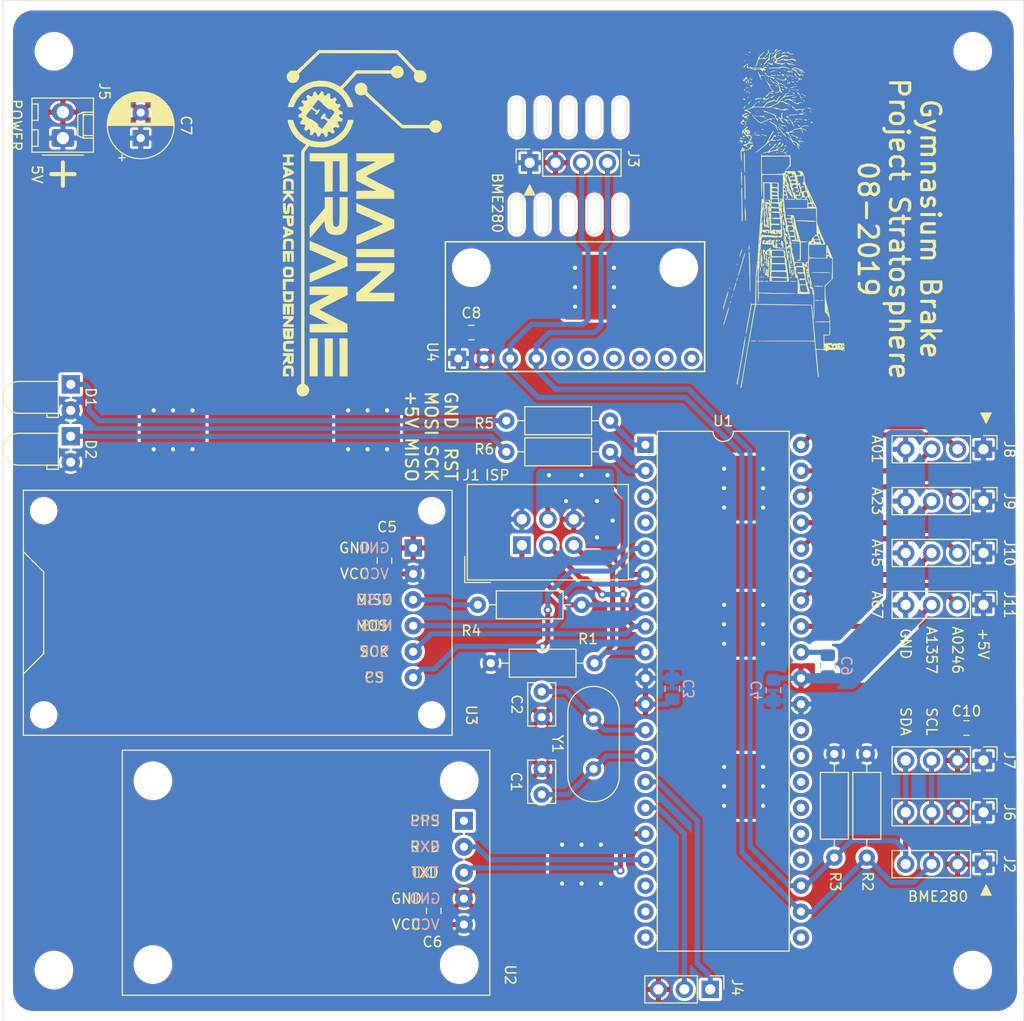
<source format=kicad_pcb>
(kicad_pcb (version 20171130) (host pcbnew 5.1.2)
  (layers (0 F.Cu signal) (31 B.Cu signal) (34 B.Paste user) (35 F.Paste user) (36 B.SilkS user) (37 F.SilkS user) (38 B.Mask user) (39 F.Mask user) (44 Edge.Cuts user))
  (net 0 "")
  (net 1 GND)
  (net 2 "Net-(C1-Pad1)")
  (net 3 "Net-(C2-Pad1)")
  (net 4 +5V)
  (net 5 /~RST)
  (net 6 /MOSI)
  (net 7 /SCK)
  (net 8 /MISO)
  (net 9 /SCL)
  (net 10 /SDA)
  (net 11 /TX1)
  (net 12 /RX1)
  (net 13 /TX0)
  (net 14 /RX0)
  (net 15 /~SS)
  (net 16 "Net-(R4-Pad1)")
  (net 17 "Net-(D1-Pad1)")
  (net 18 "Net-(D2-Pad1)")
  (net 19 /LED0)
  (net 20 /LED1)
  (net 21 "Net-(C9-Pad1)")
  (net 22 /A1)
  (net 23 /A0)
  (net 24 /A3)
  (net 25 /A2)
  (net 26 /A5)
  (net 27 /A4)
  (net 28 /A7)
  (net 29 /A6)
  (module Connector_PinHeader_2.54mm:PinHeader_1x04_P2.54mm_Vertical (layer F.Cu) (at 146.05 109.22 270)
    (fp_text reference J11 (at 0 -2.54 270 unlocked) (layer F.SilkS))
    (fp_text value A67 (at 0 10.414 270 unlocked) (layer F.SilkS))
    (pad 4 thru_hole oval (at 0 7.62 270) (size 1.7 1.7) (drill 1) (layers *.Cu *.Mask) (net 1 GND))
    (pad 3 thru_hole oval (at 0 5.08 270) (size 1.7 1.7) (drill 1) (layers *.Cu *.Mask) (net 28 /A7))
    (pad 2 thru_hole oval (at 0 2.54 270) (size 1.7 1.7) (drill 1) (layers *.Cu *.Mask) (net 29 /A6))
    (pad 1 thru_hole rect (at 0 0 270) (size 1.7 1.7) (drill 1) (layers *.Cu *.Mask) (net 4 +5V))
  )
  (module Connector_PinHeader_2.54mm:PinHeader_1x04_P2.54mm_Vertical (layer F.Cu) (at 146.05 104.14 270)
    (fp_text reference J10 (at 0 -2.54 270 unlocked) (layer F.SilkS))
    (fp_text value A45 (at 0 10.414 270 unlocked) (layer F.SilkS))
    (pad 4 thru_hole oval (at 0 7.62 270) (size 1.7 1.7) (drill 1) (layers *.Cu *.Mask) (net 1 GND))
    (pad 3 thru_hole oval (at 0 5.08 270) (size 1.7 1.7) (drill 1) (layers *.Cu *.Mask) (net 26 /A5))
    (pad 2 thru_hole oval (at 0 2.54 270) (size 1.7 1.7) (drill 1) (layers *.Cu *.Mask) (net 27 /A4))
    (pad 1 thru_hole rect (at 0 0 270) (size 1.7 1.7) (drill 1) (layers *.Cu *.Mask) (net 4 +5V))
  )
  (module Connector_PinHeader_2.54mm:PinHeader_1x04_P2.54mm_Vertical (layer F.Cu) (at 146.05 99.06 270)
    (fp_text reference J9 (at 0 -2.54 270 unlocked) (layer F.SilkS))
    (fp_text value A23 (at 0 10.414 270 unlocked) (layer F.SilkS))
    (pad 4 thru_hole oval (at 0 7.62 270) (size 1.7 1.7) (drill 1) (layers *.Cu *.Mask) (net 1 GND))
    (pad 3 thru_hole oval (at 0 5.08 270) (size 1.7 1.7) (drill 1) (layers *.Cu *.Mask) (net 24 /A3))
    (pad 2 thru_hole oval (at 0 2.54 270) (size 1.7 1.7) (drill 1) (layers *.Cu *.Mask) (net 25 /A2))
    (pad 1 thru_hole rect (at 0 0 270) (size 1.7 1.7) (drill 1) (layers *.Cu *.Mask) (net 4 +5V))
  )
  (module Connector_PinHeader_2.54mm:PinHeader_1x04_P2.54mm_Vertical (layer F.Cu) (at 146.05 93.98 270)
    (fp_text reference J8 (at 0 -2.54 270 unlocked) (layer F.SilkS))
    (fp_text value A01 (at 0 10.414 270 unlocked) (layer F.SilkS))
    (pad 4 thru_hole oval (at 0 7.62 270) (size 1.7 1.7) (drill 1) (layers *.Cu *.Mask) (net 1 GND))
    (pad 3 thru_hole oval (at 0 5.08 270) (size 1.7 1.7) (drill 1) (layers *.Cu *.Mask) (net 22 /A1))
    (pad 2 thru_hole oval (at 0 2.54 270) (size 1.7 1.7) (drill 1) (layers *.Cu *.Mask) (net 23 /A0))
    (pad 1 thru_hole rect (at 0 0 270) (size 1.7 1.7) (drill 1) (layers *.Cu *.Mask) (net 4 +5V))
  )
  (module Connector_PinHeader_2.54mm:PinHeader_1x04_P2.54mm_Vertical (layer F.Cu) (at 146.05 124.46 270)
    (fp_text reference J7 (at 0 -2.54 270 unlocked) (layer F.SilkS))
    (fp_text value I2C)
    (pad 4 thru_hole oval (at 0 7.62 270) (size 1.7 1.7) (drill 1) (layers *.Cu *.Mask) (net 10 /SDA))
    (pad 3 thru_hole oval (at 0 5.08 270) (size 1.7 1.7) (drill 1) (layers *.Cu *.Mask) (net 9 /SCL))
    (pad 2 thru_hole oval (at 0 2.54 270) (size 1.7 1.7) (drill 1) (layers *.Cu *.Mask) (net 1 GND))
    (pad 1 thru_hole rect (at 0 0 270) (size 1.7 1.7) (drill 1) (layers *.Cu *.Mask) (net 4 +5V))
  )
  (module Connector_PinHeader_2.54mm:PinHeader_1x04_P2.54mm_Vertical (layer F.Cu) (at 146.05 129.54 270)
    (fp_text reference J6 (at 0 -2.54 270 unlocked) (layer F.SilkS))
    (fp_text value I2C)
    (pad 4 thru_hole oval (at 0 7.62 270) (size 1.7 1.7) (drill 1) (layers *.Cu *.Mask) (net 10 /SDA))
    (pad 3 thru_hole oval (at 0 5.08 270) (size 1.7 1.7) (drill 1) (layers *.Cu *.Mask) (net 9 /SCL))
    (pad 2 thru_hole oval (at 0 2.54 270) (size 1.7 1.7) (drill 1) (layers *.Cu *.Mask) (net 1 GND))
    (pad 1 thru_hole rect (at 0 0 270) (size 1.7 1.7) (drill 1) (layers *.Cu *.Mask) (net 4 +5V))
  )
  (module Capacitor_SMD:C_0805_2012Metric_Pad1.15x1.40mm_HandSolder (layer F.Cu) (at 144.39 121.285)
    (fp_text reference C10 (at 0 -1.65) (layer F.SilkS))
    (fp_text value 100n)
    (pad 2 smd roundrect (at 1.025 0) (size 1.15 1.4) (layers F.Cu F.Paste F.Mask) (roundrect_rratio 0.217391) (net 4 +5V))
    (pad 1 smd roundrect (at -1.025 0) (size 1.15 1.4) (layers F.Cu F.Paste F.Mask) (roundrect_rratio 0.217391) (net 1 GND))
  )
  (module Capacitor_SMD:C_0805_2012Metric_Pad1.15x1.40mm_HandSolder (layer B.Cu) (at 130.81 115.18 270)
    (fp_text reference C9 (at 0 -1.905 270) (layer B.SilkS) (effects (justify mirror)))
    (fp_text value 100n)
    (pad 2 smd roundrect (at 1.025 0 270) (size 1.15 1.4) (layers B.Cu B.Paste B.Mask) (roundrect_rratio 0.217391) (net 1 GND))
    (pad 1 smd roundrect (at -1.025 0 270) (size 1.15 1.4) (layers B.Cu B.Paste B.Mask) (roundrect_rratio 0.217391) (net 21 "Net-(C9-Pad1)"))
  )
  (module ublox:GY-9250 (layer F.Cu) (at 106.045 80.01 90)
    (fp_text reference U4 (at -4.445 -13.97 270 unlocked) (layer F.SilkS))
    (fp_text value GY-9250)
    (pad "" np_thru_hole circle (at 3.81 10.16 90) (size 3.2 3.2) (drill 3.2) (layers *.Cu *.Mask))
    (pad "" np_thru_hole circle (at 3.81 -10.16 90) (size 3.2 3.2) (drill 3.2) (layers *.Cu *.Mask))
    (pad 10 thru_hole circle (at -5.08 11.43 90) (size 1.524 1.524) (drill 0.8) (layers *.Cu *.Mask))
    (pad 9 thru_hole circle (at -5.08 8.89 90) (size 1.524 1.524) (drill 0.8) (layers *.Cu *.Mask))
    (pad 8 thru_hole circle (at -5.08 6.35 90) (size 1.524 1.524) (drill 0.8) (layers *.Cu *.Mask))
    (pad 7 thru_hole circle (at -5.08 3.81 90) (size 1.524 1.524) (drill 0.8) (layers *.Cu *.Mask))
    (pad 6 thru_hole circle (at -5.08 1.27 90) (size 1.524 1.524) (drill 0.8) (layers *.Cu *.Mask))
    (pad 5 thru_hole circle (at -5.08 -1.27 90) (size 1.524 1.524) (drill 0.8) (layers *.Cu *.Mask))
    (pad 4 thru_hole circle (at -5.08 -3.81 90) (size 1.524 1.524) (drill 0.8) (layers *.Cu *.Mask) (net 10 /SDA))
    (pad 3 thru_hole circle (at -5.08 -6.35 90) (size 1.524 1.524) (drill 0.8) (layers *.Cu *.Mask) (net 9 /SCL))
    (pad 2 thru_hole circle (at -5.08 -8.89 90) (size 1.524 1.524) (drill 0.8) (layers *.Cu *.Mask) (net 1 GND))
    (pad 1 thru_hole rect (at -5.08 -11.43 90) (size 1.524 1.524) (drill 0.8) (layers *.Cu *.Mask) (net 4 +5V))
  )
  (module Capacitor_SMD:C_0805_2012Metric_Pad1.15x1.40mm_HandSolder (layer F.Cu) (at 95.885 82.55 180)
    (fp_text reference C8 (at 0 1.905) (layer F.SilkS))
    (fp_text value 100n)
    (pad 2 smd roundrect (at 1.025 0 180) (size 1.15 1.4) (layers F.Cu F.Paste F.Mask) (roundrect_rratio 0.217391) (net 4 +5V))
    (pad 1 smd roundrect (at -1.025 0 180) (size 1.15 1.4) (layers F.Cu F.Paste F.Mask) (roundrect_rratio 0.217391) (net 1 GND))
  )
  (module ublox:logo (layer F.Cu) (at 127 71.12 270)
    (fp_text reference G*** hide)
    (fp_text value LOGO hide)
  )
  (module ublox:logo2_front (layer F.Cu) (at 85.09 71.755 270)
    (fp_text reference G*** hide)
    (fp_text value LOGO hide)
  )
  (module Connector_Molex:Molex_KK-254_AE-6410-02A_1x02_P2.54mm_Vertical (layer F.Cu) (at 55.88 63.5 90)
    (fp_text reference J5 (at 4.572 4.064 270 unlocked) (layer F.SilkS))
    (fp_text value POWER (at 1.27 -4.572 270 unlocked) (layer F.SilkS))
    (pad 2 thru_hole oval (at 2.54 0 90) (size 1.74 2.2) (drill 1.2) (layers *.Cu *.Mask) (net 1 GND))
    (pad 1 thru_hole roundrect (at 0 0 90) (size 1.74 2.2) (drill 1.2) (layers *.Cu *.Mask) (roundrect_rratio 0.143678) (net 4 +5V))
  )
  (module Capacitor_THT:CP_Radial_D6.3mm_P2.50mm (layer F.Cu) (at 63.5 63.5 90)
    (fp_text reference C7 (at 1.25 4.445 270 unlocked) (layer F.SilkS))
    (fp_text value 47u)
    (pad 2 thru_hole circle (at 2.5 0 90) (size 1.6 1.6) (drill 0.8) (layers *.Cu *.Mask) (net 1 GND))
    (pad 1 thru_hole rect (at 0 0 90) (size 1.6 1.6) (drill 0.8) (layers *.Cu *.Mask) (net 4 +5V))
  )
  (module LED_THT:LED_D3.0mm_Horizontal_O1.27mm_Z2.0mm (layer F.Cu) (at 56.642 92.71 270)
    (fp_text reference D2 (at 1.27 -1.96 270 unlocked) (layer F.SilkS))
    (fp_text value RED)
    (pad 2 thru_hole circle (at 2.54 0 270) (size 1.8 1.8) (drill 0.9) (layers *.Cu *.Mask) (net 4 +5V))
    (pad 1 thru_hole rect (at 0 0 270) (size 1.8 1.8) (drill 0.9) (layers *.Cu *.Mask) (net 18 "Net-(D2-Pad1)"))
  )
  (module LED_THT:LED_D3.0mm_Horizontal_O1.27mm_Z2.0mm (layer F.Cu) (at 56.642 87.63 270)
    (fp_text reference D1 (at 1.27 -1.96 270 unlocked) (layer F.SilkS))
    (fp_text value GREEN)
    (pad 2 thru_hole circle (at 2.54 0 270) (size 1.8 1.8) (drill 0.9) (layers *.Cu *.Mask) (net 4 +5V))
    (pad 1 thru_hole rect (at 0 0 270) (size 1.8 1.8) (drill 0.9) (layers *.Cu *.Mask) (net 17 "Net-(D1-Pad1)"))
  )
  (module Resistor_THT:R_Axial_DIN0207_L6.3mm_D2.5mm_P10.16mm_Horizontal (layer F.Cu) (at 109.474 94.234 180)
    (fp_text reference R6 (at 12.319 0.254) (layer F.SilkS))
    (fp_text value 1k)
    (pad 2 thru_hole oval (at 10.16 0 180) (size 1.6 1.6) (drill 0.8) (layers *.Cu *.Mask) (net 18 "Net-(D2-Pad1)"))
    (pad 1 thru_hole circle (at 0 0 180) (size 1.6 1.6) (drill 0.8) (layers *.Cu *.Mask) (net 20 /LED1))
  )
  (module Resistor_THT:R_Axial_DIN0207_L6.3mm_D2.5mm_P10.16mm_Horizontal (layer F.Cu) (at 109.474 91.186 180)
    (fp_text reference R5 (at 12.319 -0.254) (layer F.SilkS))
    (fp_text value 1k)
    (pad 2 thru_hole oval (at 10.16 0 180) (size 1.6 1.6) (drill 0.8) (layers *.Cu *.Mask) (net 17 "Net-(D1-Pad1)"))
    (pad 1 thru_hole circle (at 0 0 180) (size 1.6 1.6) (drill 0.8) (layers *.Cu *.Mask) (net 19 /LED0))
  )
  (module Capacitor_SMD:C_0805_2012Metric_Pad1.15x1.40mm_HandSolder (layer F.Cu) (at 92.202 139.201 270)
    (fp_text reference C6 (at 3.039 0.127 180) (layer F.SilkS))
    (fp_text value 100n)
    (pad 2 smd roundrect (at 1.025 0 270) (size 1.15 1.4) (layers F.Cu F.Paste F.Mask) (roundrect_rratio 0.217391) (net 4 +5V))
    (pad 1 smd roundrect (at -1.025 0 270) (size 1.15 1.4) (layers F.Cu F.Paste F.Mask) (roundrect_rratio 0.217391) (net 1 GND))
  )
  (module Capacitor_SMD:C_0805_2012Metric_Pad1.15x1.40mm_HandSolder (layer F.Cu) (at 87.376 104.893 270)
    (fp_text reference C5 (at -3.293 -0.254) (layer F.SilkS))
    (fp_text value 100n)
    (pad 2 smd roundrect (at 1.025 0 270) (size 1.15 1.4) (layers F.Cu F.Paste F.Mask) (roundrect_rratio 0.217391) (net 4 +5V))
    (pad 1 smd roundrect (at -1.025 0 270) (size 1.15 1.4) (layers F.Cu F.Paste F.Mask) (roundrect_rratio 0.217391) (net 1 GND))
  )
  (module Capacitor_SMD:C_0805_2012Metric_Pad1.15x1.40mm_HandSolder (layer B.Cu) (at 125.476 117.593 270)
    (fp_text reference C4 (at 0 1.65 270) (layer B.SilkS) (effects (justify mirror)))
    (fp_text value 100n)
    (pad 2 smd roundrect (at 1.025 0 270) (size 1.15 1.4) (layers B.Cu B.Paste B.Mask) (roundrect_rratio 0.217391) (net 4 +5V))
    (pad 1 smd roundrect (at -1.025 0 270) (size 1.15 1.4) (layers B.Cu B.Paste B.Mask) (roundrect_rratio 0.217391) (net 1 GND))
  )
  (module MountingHole:MountingHole_3.2mm_M3_DIN965 (layer F.Cu) (at 55 55)
    (fp_text reference REF** hide)
    (fp_text value MountingHole_3.2mm_M3_DIN965 hide)
    (pad 1 np_thru_hole circle (at 0 0) (size 3.2 3.2) (drill 3.2) (layers *.Cu *.Mask))
  )
  (module MountingHole:MountingHole_3.2mm_M3_DIN965 (layer F.Cu) (at 145 55)
    (fp_text reference REF** hide)
    (fp_text value MountingHole_3.2mm_M3_DIN965 hide)
    (pad 1 np_thru_hole circle (at 0 0) (size 3.2 3.2) (drill 3.2) (layers *.Cu *.Mask))
  )
  (module MountingHole:MountingHole_3.2mm_M3_DIN965 (layer F.Cu) (at 145 145)
    (fp_text reference e hide)
    (fp_text value MountingHole_3.2mm_M3_DIN965 hide)
    (pad 1 np_thru_hole circle (at 0 0) (size 3.2 3.2) (drill 3.2) (layers *.Cu *.Mask))
  )
  (module MountingHole:MountingHole_3.2mm_M3_DIN965 (layer F.Cu) (at 55 145)
    (fp_text reference REF** hide)
    (fp_text value MountingHole_3.2mm_M3_DIN965 hide)
    (pad 1 np_thru_hole circle (at 0 0) (size 3.2 3.2) (drill 3.2) (layers *.Cu *.Mask))
  )
  (module ublox:SD (layer F.Cu) (at 94 110 90)
    (fp_text reference U3 (at -10.015 1.885 270 unlocked) (layer F.SilkS))
    (fp_text value SD)
    (fp_text user CS (at -6.35 -7.62 unlocked) (layer B.SilkS) (effects (justify mirror)))
    (fp_text user SCK (at -3.81 -7.62 unlocked) (layer B.SilkS) (effects (justify mirror)))
    (fp_text user MOSI (at -1.27 -7.62 unlocked) (layer B.SilkS) (effects (justify mirror)))
    (fp_text user MISO (at 1.27 -7.62 unlocked) (layer B.SilkS) (effects (justify mirror)))
    (fp_text user VCC (at 3.81 -7.62 unlocked) (layer B.SilkS) (effects (justify mirror)))
    (fp_text user GND (at 6.35 -7.62 unlocked) (layer B.SilkS) (effects (justify mirror)))
    (fp_text user CS (at -6.35 -7.62) (layer F.SilkS))
    (fp_text user SCK (at -3.81 -7.62) (layer F.SilkS))
    (fp_text user MOSI (at -1.27 -7.62) (layer F.SilkS))
    (fp_text user MISO (at 1.27 -7.62) (layer F.SilkS))
    (fp_text user VCC (at 3.81 -9.545) (layer F.SilkS))
    (fp_text user GND (at 6.35 -9.545) (layer F.SilkS))
    (pad "" np_thru_hole circle (at 10 -40 90) (size 2.1 2.1) (drill 2.1) (layers *.Cu *.Mask))
    (pad "" np_thru_hole circle (at -10 -40 90) (size 2.1 2.1) (drill 2.1) (layers *.Cu *.Mask))
    (pad "" np_thru_hole circle (at -10 -2 90) (size 2.1 2.1) (drill 2.1) (layers *.Cu *.Mask))
    (pad "" np_thru_hole circle (at 10 -2 90) (size 2.1 2.1) (drill 2.1) (layers *.Cu *.Mask))
    (pad 6 thru_hole circle (at -6.35 -3.81 90) (size 1.7 1.7) (drill 0.8) (layers *.Cu *.Mask) (net 15 /~SS))
    (pad 5 thru_hole circle (at -3.81 -3.81 90) (size 1.7 1.7) (drill 0.8) (layers *.Cu *.Mask) (net 7 /SCK))
    (pad 4 thru_hole circle (at -1.27 -3.81 90) (size 1.7 1.7) (drill 0.8) (layers *.Cu *.Mask) (net 6 /MOSI))
    (pad 3 thru_hole circle (at 1.27 -3.81 90) (size 1.7 1.7) (drill 0.8) (layers *.Cu *.Mask) (net 16 "Net-(R4-Pad1)"))
    (pad 2 thru_hole circle (at 3.81 -3.81 90) (size 1.7 1.7) (drill 0.8) (layers *.Cu *.Mask) (net 4 +5V))
    (pad 1 thru_hole rect (at 6.35 -3.81 90) (size 1.7 1.7) (drill 0.8) (layers *.Cu *.Mask) (net 1 GND))
  )
  (module Resistor_THT:R_Axial_DIN0207_L6.3mm_D2.5mm_P10.16mm_Horizontal (layer F.Cu) (at 96.52 109.22)
    (fp_text reference R4 (at -0.635 2.54) (layer F.SilkS))
    (fp_text value 1k)
    (pad 2 thru_hole oval (at 10.16 0) (size 1.6 1.6) (drill 0.8) (layers *.Cu *.Mask) (net 8 /MISO))
    (pad 1 thru_hole circle (at 0 0) (size 1.6 1.6) (drill 0.8) (layers *.Cu *.Mask) (net 16 "Net-(R4-Pad1)"))
  )
  (module ublox:UBLOX (layer F.Cu) (at 97.7 135.46 90)
    (fp_text reference U2 (at -10 1.995 270 unlocked) (layer F.SilkS))
    (fp_text value UBLOX)
    (fp_text user VCC (at -5.08 -6.35 unlocked) (layer B.SilkS) (effects (justify mirror)))
    (fp_text user GND (at -2.54 -6.35 unlocked) (layer B.SilkS) (effects (justify mirror)))
    (fp_text user TXD (at 0 -6.35 unlocked) (layer B.SilkS) (effects (justify mirror)))
    (fp_text user RXD (at 2.54 -6.35 unlocked) (layer B.SilkS) (effects (justify mirror)))
    (fp_text user PPS (at 5.08 -6.35 unlocked) (layer B.SilkS) (effects (justify mirror)))
    (fp_text user VCC (at -5.08 -8.165) (layer F.SilkS))
    (fp_text user GND (at -2.54 -8.165) (layer F.SilkS))
    (fp_text user TXD (at 0 -6.35) (layer F.SilkS))
    (fp_text user RXD (at 2.54 -6.35) (layer F.SilkS))
    (fp_text user PPS (at 5.08 -6.35) (layer F.SilkS))
    (pad 4 thru_hole circle (at -2.54 -2.54 90) (size 1.75 1.75) (drill 0.8) (layers *.Cu *.Mask) (net 1 GND))
    (pad 3 thru_hole circle (at 0 -2.54 90) (size 1.75 1.75) (drill 0.8) (layers *.Cu *.Mask) (net 12 /RX1))
    (pad 2 thru_hole circle (at 2.54 -2.54 90) (size 1.75 1.75) (drill 0.8) (layers *.Cu *.Mask) (net 11 /TX1))
    (pad 1 thru_hole rect (at 5.08 -2.54 90) (size 1.75 1.75) (drill 0.8) (layers *.Cu *.Mask))
    (pad 5 thru_hole circle (at -5.08 -2.54 90) (size 1.75 1.75) (drill 0.8) (layers *.Cu *.Mask) (net 4 +5V))
    (pad "" np_thru_hole circle (at 9 -3 90) (size 3.2 3.2) (drill 3.2) (layers *.Cu *.Mask))
    (pad "" np_thru_hole circle (at -9 -3 90) (size 3.2 3.2) (drill 3.2) (layers *.Cu *.Mask))
    (pad "" np_thru_hole circle (at 9 -33 90) (size 3.2 3.2) (drill 3.2) (layers *.Cu *.Mask))
    (pad "" np_thru_hole circle (at -9 -33 90) (size 3.2 3.2) (drill 3.2) (layers *.Cu *.Mask))
  )
  (module Connector_PinHeader_2.54mm:PinHeader_1x03_P2.54mm_Vertical (layer F.Cu) (at 119.29 146.89 270)
    (fp_text reference J4 (at -0.205 -2.63 270 unlocked) (layer F.SilkS))
    (fp_text value UART)
    (pad 3 thru_hole oval (at 0 5.08 270) (size 1.7 1.7) (drill 1) (layers *.Cu *.Mask) (net 1 GND))
    (pad 2 thru_hole oval (at 0 2.54 270) (size 1.7 1.7) (drill 1) (layers *.Cu *.Mask) (net 13 /TX0))
    (pad 1 thru_hole rect (at 0 0 270) (size 1.7 1.7) (drill 1) (layers *.Cu *.Mask) (net 14 /RX0))
  )
  (module Connector_PinSocket_2.54mm:PinSocket_1x04_P2.54mm_Vertical (layer F.Cu) (at 101.6 65.913 90)
    (fp_text reference J3 (at 0.381 10.16 270 unlocked) (layer F.SilkS))
    (fp_text value BME280 (at -3.937 -3.175 270 unlocked) (layer F.SilkS))
    (pad 4 thru_hole oval (at 0 7.62 90) (size 1.7 1.7) (drill 1) (layers *.Cu *.Mask) (net 10 /SDA))
    (pad 3 thru_hole oval (at 0 5.08 90) (size 1.7 1.7) (drill 1) (layers *.Cu *.Mask) (net 9 /SCL))
    (pad 2 thru_hole oval (at 0 2.54 90) (size 1.7 1.7) (drill 1) (layers *.Cu *.Mask) (net 1 GND))
    (pad 1 thru_hole rect (at 0 0 90) (size 1.7 1.7) (drill 1) (layers *.Cu *.Mask) (net 4 +5V))
  )
  (module Connector_PinHeader_2.54mm:PinHeader_1x04_P2.54mm_Vertical (layer F.Cu) (at 146.05 134.62 270)
    (fp_text reference J2 (at 0 -2.54 270 unlocked) (layer F.SilkS))
    (fp_text value BME280 (at 3.175 4.445 180) (layer F.SilkS))
    (pad 4 thru_hole oval (at 0 7.62 270) (size 1.7 1.7) (drill 1) (layers *.Cu *.Mask) (net 10 /SDA))
    (pad 3 thru_hole oval (at 0 5.08 270) (size 1.7 1.7) (drill 1) (layers *.Cu *.Mask) (net 9 /SCL))
    (pad 2 thru_hole oval (at 0 2.54 270) (size 1.7 1.7) (drill 1) (layers *.Cu *.Mask) (net 1 GND))
    (pad 1 thru_hole rect (at 0 0 270) (size 1.7 1.7) (drill 1) (layers *.Cu *.Mask) (net 4 +5V))
  )
  (module Crystal:Crystal_HC49-U_Vertical (layer F.Cu) (at 107.86 125.3 90)
    (fp_text reference Y1 (at 2.44 -3.525 270 unlocked) (layer F.SilkS))
    (fp_text value 12MHz)
    (pad 2 thru_hole circle (at 4.88 0 90) (size 1.5 1.5) (drill 0.8) (layers *.Cu *.Mask) (net 3 "Net-(C2-Pad1)"))
    (pad 1 thru_hole circle (at 0 0 90) (size 1.5 1.5) (drill 0.8) (layers *.Cu *.Mask) (net 2 "Net-(C1-Pad1)"))
  )
  (module Package_DIP:DIP-40_W15.24mm (layer F.Cu) (at 112.94 93.55)
    (fp_text reference U1 (at 7.62 -2.33) (layer F.SilkS))
    (fp_text value ATmega1284-PU)
    (pad 40 thru_hole oval (at 15.24 0) (size 1.6 1.6) (drill 0.8) (layers *.Cu *.Mask) (net 23 /A0))
    (pad 20 thru_hole oval (at 0 48.26) (size 1.6 1.6) (drill 0.8) (layers *.Cu *.Mask))
    (pad 39 thru_hole oval (at 15.24 2.54) (size 1.6 1.6) (drill 0.8) (layers *.Cu *.Mask) (net 22 /A1))
    (pad 19 thru_hole oval (at 0 45.72) (size 1.6 1.6) (drill 0.8) (layers *.Cu *.Mask))
    (pad 38 thru_hole oval (at 15.24 5.08) (size 1.6 1.6) (drill 0.8) (layers *.Cu *.Mask) (net 25 /A2))
    (pad 18 thru_hole oval (at 0 43.18) (size 1.6 1.6) (drill 0.8) (layers *.Cu *.Mask))
    (pad 37 thru_hole oval (at 15.24 7.62) (size 1.6 1.6) (drill 0.8) (layers *.Cu *.Mask) (net 24 /A3))
    (pad 17 thru_hole oval (at 0 40.64) (size 1.6 1.6) (drill 0.8) (layers *.Cu *.Mask) (net 11 /TX1))
    (pad 36 thru_hole oval (at 15.24 10.16) (size 1.6 1.6) (drill 0.8) (layers *.Cu *.Mask) (net 27 /A4))
    (pad 16 thru_hole oval (at 0 38.1) (size 1.6 1.6) (drill 0.8) (layers *.Cu *.Mask) (net 12 /RX1))
    (pad 35 thru_hole oval (at 15.24 12.7) (size 1.6 1.6) (drill 0.8) (layers *.Cu *.Mask) (net 26 /A5))
    (pad 15 thru_hole oval (at 0 35.56) (size 1.6 1.6) (drill 0.8) (layers *.Cu *.Mask) (net 13 /TX0))
    (pad 34 thru_hole oval (at 15.24 15.24) (size 1.6 1.6) (drill 0.8) (layers *.Cu *.Mask) (net 29 /A6))
    (pad 14 thru_hole oval (at 0 33.02) (size 1.6 1.6) (drill 0.8) (layers *.Cu *.Mask) (net 14 /RX0))
    (pad 33 thru_hole oval (at 15.24 17.78) (size 1.6 1.6) (drill 0.8) (layers *.Cu *.Mask) (net 28 /A7))
    (pad 13 thru_hole oval (at 0 30.48) (size 1.6 1.6) (drill 0.8) (layers *.Cu *.Mask) (net 2 "Net-(C1-Pad1)"))
    (pad 32 thru_hole oval (at 15.24 20.32) (size 1.6 1.6) (drill 0.8) (layers *.Cu *.Mask) (net 21 "Net-(C9-Pad1)"))
    (pad 12 thru_hole oval (at 0 27.94) (size 1.6 1.6) (drill 0.8) (layers *.Cu *.Mask) (net 3 "Net-(C2-Pad1)"))
    (pad 31 thru_hole oval (at 15.24 22.86) (size 1.6 1.6) (drill 0.8) (layers *.Cu *.Mask) (net 1 GND))
    (pad 11 thru_hole oval (at 0 25.4) (size 1.6 1.6) (drill 0.8) (layers *.Cu *.Mask) (net 1 GND))
    (pad 30 thru_hole oval (at 15.24 25.4) (size 1.6 1.6) (drill 0.8) (layers *.Cu *.Mask) (net 4 +5V))
    (pad 10 thru_hole oval (at 0 22.86) (size 1.6 1.6) (drill 0.8) (layers *.Cu *.Mask) (net 4 +5V))
    (pad 29 thru_hole oval (at 15.24 27.94) (size 1.6 1.6) (drill 0.8) (layers *.Cu *.Mask))
    (pad 9 thru_hole oval (at 0 20.32) (size 1.6 1.6) (drill 0.8) (layers *.Cu *.Mask) (net 5 /~RST))
    (pad 28 thru_hole oval (at 15.24 30.48) (size 1.6 1.6) (drill 0.8) (layers *.Cu *.Mask))
    (pad 8 thru_hole oval (at 0 17.78) (size 1.6 1.6) (drill 0.8) (layers *.Cu *.Mask) (net 7 /SCK))
    (pad 27 thru_hole oval (at 15.24 33.02) (size 1.6 1.6) (drill 0.8) (layers *.Cu *.Mask))
    (pad 7 thru_hole oval (at 0 15.24) (size 1.6 1.6) (drill 0.8) (layers *.Cu *.Mask) (net 8 /MISO))
    (pad 26 thru_hole oval (at 15.24 35.56) (size 1.6 1.6) (drill 0.8) (layers *.Cu *.Mask))
    (pad 6 thru_hole oval (at 0 12.7) (size 1.6 1.6) (drill 0.8) (layers *.Cu *.Mask) (net 6 /MOSI))
    (pad 25 thru_hole oval (at 15.24 38.1) (size 1.6 1.6) (drill 0.8) (layers *.Cu *.Mask))
    (pad 5 thru_hole oval (at 0 10.16) (size 1.6 1.6) (drill 0.8) (layers *.Cu *.Mask) (net 15 /~SS))
    (pad 24 thru_hole oval (at 15.24 40.64) (size 1.6 1.6) (drill 0.8) (layers *.Cu *.Mask))
    (pad 4 thru_hole oval (at 0 7.62) (size 1.6 1.6) (drill 0.8) (layers *.Cu *.Mask))
    (pad 23 thru_hole oval (at 15.24 43.18) (size 1.6 1.6) (drill 0.8) (layers *.Cu *.Mask) (net 10 /SDA))
    (pad 3 thru_hole oval (at 0 5.08) (size 1.6 1.6) (drill 0.8) (layers *.Cu *.Mask))
    (pad 22 thru_hole oval (at 15.24 45.72) (size 1.6 1.6) (drill 0.8) (layers *.Cu *.Mask) (net 9 /SCL))
    (pad 2 thru_hole oval (at 0 2.54) (size 1.6 1.6) (drill 0.8) (layers *.Cu *.Mask) (net 20 /LED1))
    (pad 21 thru_hole oval (at 15.24 48.26) (size 1.6 1.6) (drill 0.8) (layers *.Cu *.Mask))
    (pad 1 thru_hole rect (at 0 0) (size 1.6 1.6) (drill 0.8) (layers *.Cu *.Mask) (net 19 /LED0))
  )
  (module Resistor_THT:R_Axial_DIN0207_L6.3mm_D2.5mm_P10.16mm_Horizontal (layer F.Cu) (at 131.445 123.825 270)
    (fp_text reference R3 (at 12.495 -0.09 270 unlocked) (layer F.SilkS))
    (fp_text value 4k7)
    (pad 2 thru_hole oval (at 10.16 0 270) (size 1.6 1.6) (drill 0.8) (layers *.Cu *.Mask) (net 10 /SDA))
    (pad 1 thru_hole circle (at 0 0 270) (size 1.6 1.6) (drill 0.8) (layers *.Cu *.Mask) (net 4 +5V))
  )
  (module Resistor_THT:R_Axial_DIN0207_L6.3mm_D2.5mm_P10.16mm_Horizontal (layer F.Cu) (at 134.62 123.825 270)
    (fp_text reference R2 (at 12.495 -0.09 270 unlocked) (layer F.SilkS))
    (fp_text value 4k7)
    (pad 2 thru_hole oval (at 10.16 0 270) (size 1.6 1.6) (drill 0.8) (layers *.Cu *.Mask) (net 9 /SCL))
    (pad 1 thru_hole circle (at 0 0 270) (size 1.6 1.6) (drill 0.8) (layers *.Cu *.Mask) (net 4 +5V))
  )
  (module Resistor_THT:R_Axial_DIN0207_L6.3mm_D2.5mm_P10.16mm_Horizontal (layer F.Cu) (at 97.79 114.935)
    (fp_text reference R1 (at 9.525 -2.37) (layer F.SilkS))
    (fp_text value 10k)
    (pad 2 thru_hole oval (at 10.16 0) (size 1.6 1.6) (drill 0.8) (layers *.Cu *.Mask) (net 5 /~RST))
    (pad 1 thru_hole circle (at 0 0) (size 1.6 1.6) (drill 0.8) (layers *.Cu *.Mask) (net 4 +5V))
  )
  (module Connector_IDC:IDC-Header_2x03_P2.54mm_Vertical (layer F.Cu) (at 100.838 103.378 90)
    (fp_text reference J1 (at 6.858 -4.953) (layer F.SilkS))
    (fp_text value ISP (at 6.858 -2.413 180) (layer F.SilkS))
    (pad 6 thru_hole oval (at 2.54 5.08 90) (size 1.7272 1.7272) (drill 1.016) (layers *.Cu *.Mask) (net 1 GND))
    (pad 5 thru_hole oval (at 0 5.08 90) (size 1.7272 1.7272) (drill 1.016) (layers *.Cu *.Mask) (net 5 /~RST))
    (pad 4 thru_hole oval (at 2.54 2.54 90) (size 1.7272 1.7272) (drill 1.016) (layers *.Cu *.Mask) (net 6 /MOSI))
    (pad 3 thru_hole oval (at 0 2.54 90) (size 1.7272 1.7272) (drill 1.016) (layers *.Cu *.Mask) (net 7 /SCK))
    (pad 2 thru_hole oval (at 2.54 0 90) (size 1.7272 1.7272) (drill 1.016) (layers *.Cu *.Mask) (net 4 +5V))
    (pad 1 thru_hole rect (at 0 0 90) (size 1.7272 1.7272) (drill 1.016) (layers *.Cu *.Mask) (net 8 /MISO))
  )
  (module Capacitor_SMD:C_0805_2012Metric_Pad1.15x1.40mm_HandSolder (layer B.Cu) (at 115.57 117.435 90)
    (fp_text reference C3 (at 0 1.65 270) (layer B.SilkS) (effects (justify mirror)))
    (fp_text value 100n)
    (pad 2 smd roundrect (at 1.025 0 90) (size 1.15 1.4) (layers B.Cu B.Paste B.Mask) (roundrect_rratio 0.217391) (net 4 +5V))
    (pad 1 smd roundrect (at -1.025 0 90) (size 1.15 1.4) (layers B.Cu B.Paste B.Mask) (roundrect_rratio 0.217391) (net 1 GND))
  )
  (module Capacitor_THT:C_Rect_L4.0mm_W2.5mm_P2.50mm (layer F.Cu) (at 102.78 117.72 270)
    (fp_text reference C2 (at 1.25 2.45 270 unlocked) (layer F.SilkS))
    (fp_text value 12p)
    (pad 2 thru_hole circle (at 2.5 0 270) (size 1.6 1.6) (drill 0.8) (layers *.Cu *.Mask) (net 1 GND))
    (pad 1 thru_hole circle (at 0 0 270) (size 1.6 1.6) (drill 0.8) (layers *.Cu *.Mask) (net 3 "Net-(C2-Pad1)"))
  )
  (module Capacitor_THT:C_Rect_L4.0mm_W2.5mm_P2.50mm (layer F.Cu) (at 102.78 127.8 90)
    (fp_text reference C1 (at 1.25 -2.5 270 unlocked) (layer F.SilkS))
    (fp_text value 12p)
    (pad 2 thru_hole circle (at 2.5 0 90) (size 1.6 1.6) (drill 0.8) (layers *.Cu *.Mask) (net 1 GND))
    (pad 1 thru_hole circle (at 0 0 90) (size 1.6 1.6) (drill 0.8) (layers *.Cu *.Mask) (net 2 "Net-(C1-Pad1)"))
  )
  (gr_text 5V (at 53.34 67.056 270) (layer F.SilkS) (effects (font (size 1 1))))
  (gr_poly (pts (xy 146.304 91.44) (xy 146.812 90.424) (xy 145.796 90.424)) (layer F.SilkS) (width 0.1))
  (gr_poly (pts (xy 146.304 136.652) (xy 146.812 137.668) (xy 145.796 137.668)) (layer F.SilkS) (width 0.1))
  (gr_poly (pts (xy 101.6 68.072) (xy 102.108 69.088) (xy 101.092 69.088)) (layer F.SilkS) (width 0.1))
  (gr_text SCL (at 140.97 120.65 270) (layer F.SilkS) (effects (font (size 1 1))))
  (gr_text SDA (at 138.43 120.65 270) (layer F.SilkS) (effects (font (size 1 1))))
  (gr_text A0246 (at 143.51 113.665 270) (layer F.SilkS) (effects (font (size 1 1))))
  (gr_text "A1357\n" (at 140.97 113.665 270) (layer F.SilkS) (effects (font (size 1 1))))
  (gr_text GND (at 138.43 113.03 270) (layer F.SilkS) (effects (font (size 1 1))))
  (gr_text +5V (at 146.05 113.03 270) (layer F.SilkS) (effects (font (size 1 1))))
  (gr_arc (start 110.49 62.738) (end 109.855 62.738) (angle -180) (layer Edge.Cuts) (width 0.05))
  (gr_line (start 109.855 60.198) (end 109.855 62.738) (layer Edge.Cuts) (width 0.05))
  (gr_line (start 111.125 60.198) (end 111.125 62.738) (layer Edge.Cuts) (width 0.05))
  (gr_arc (start 110.49 60.198) (end 111.125 60.198) (angle -180) (layer Edge.Cuts) (width 0.05))
  (gr_arc (start 100.33 69.723) (end 100.965 69.723) (angle -180) (layer Edge.Cuts) (width 0.05))
  (gr_line (start 99.695 69.723) (end 99.695 72.263) (layer Edge.Cuts) (width 0.05))
  (gr_line (start 100.965 69.723) (end 100.965 72.263) (layer Edge.Cuts) (width 0.05))
  (gr_arc (start 100.33 72.263) (end 99.695 72.263) (angle -180) (layer Edge.Cuts) (width 0.05))
  (gr_text "GND  RST\nMOSI SCK\n+5V MISO" (at 91.948 92.71 270) (layer F.SilkS) (effects (font (size 1.2 1.2) (thickness 0.2))))
  (gr_text + (at 55.88 66.802) (layer F.SilkS) (effects (font (size 3 3) (thickness 0.4)) (justify mirror)))
  (gr_text "Gymnasium Brake\nProject Stratosphere\n08-2019" (at 137.795 72.39 270) (layer F.SilkS) (effects (font (size 1.9 1.9) (thickness 0.3))))
  (gr_arc (start 107.95 60.198) (end 108.585 60.198) (angle -180) (layer Edge.Cuts) (width 0.05))
  (gr_line (start 107.315 60.198) (end 107.315 62.738) (layer Edge.Cuts) (width 0.05))
  (gr_arc (start 107.95 62.738) (end 107.315 62.738) (angle -180) (layer Edge.Cuts) (width 0.05))
  (gr_line (start 108.585 60.198) (end 108.585 62.738) (layer Edge.Cuts) (width 0.05))
  (gr_arc (start 105.41 60.198) (end 106.045 60.198) (angle -180) (layer Edge.Cuts) (width 0.05))
  (gr_line (start 106.045 60.198) (end 106.045 62.738) (layer Edge.Cuts) (width 0.05))
  (gr_line (start 104.775 60.198) (end 104.775 62.738) (layer Edge.Cuts) (width 0.05))
  (gr_arc (start 105.41 62.738) (end 104.775 62.738) (angle -180) (layer Edge.Cuts) (width 0.05))
  (gr_arc (start 102.87 62.738) (end 102.235 62.738) (angle -180) (layer Edge.Cuts) (width 0.05))
  (gr_arc (start 102.87 60.198) (end 103.505 60.198) (angle -180) (layer Edge.Cuts) (width 0.05))
  (gr_line (start 103.505 60.198) (end 103.505 62.738) (layer Edge.Cuts) (width 0.05))
  (gr_line (start 102.235 60.198) (end 102.235 62.738) (layer Edge.Cuts) (width 0.05))
  (gr_arc (start 100.33 60.198) (end 100.965 60.198) (angle -180) (layer Edge.Cuts) (width 0.05))
  (gr_arc (start 100.33 62.738) (end 99.695 62.738) (angle -180) (layer Edge.Cuts) (width 0.05))
  (gr_line (start 100.965 60.198) (end 100.965 62.738) (layer Edge.Cuts) (width 0.05))
  (gr_line (start 99.695 60.198) (end 99.695 62.738) (layer Edge.Cuts) (width 0.05))
  (gr_arc (start 110.49 69.723) (end 111.125 69.723) (angle -180) (layer Edge.Cuts) (width 0.05))
  (gr_line (start 111.125 69.723) (end 111.125 72.263) (layer Edge.Cuts) (width 0.05))
  (gr_line (start 109.855 69.723) (end 109.855 72.263) (layer Edge.Cuts) (width 0.05))
  (gr_arc (start 110.49 72.263) (end 109.855 72.263) (angle -180) (layer Edge.Cuts) (width 0.05))
  (gr_line (start 107.315 69.723) (end 107.315 72.263) (layer Edge.Cuts) (width 0.05))
  (gr_arc (start 107.95 72.263) (end 107.315 72.263) (angle -180) (layer Edge.Cuts) (width 0.05))
  (gr_line (start 108.585 69.723) (end 108.585 72.263) (layer Edge.Cuts) (width 0.05))
  (gr_arc (start 107.95 69.723) (end 108.585 69.723) (angle -180) (layer Edge.Cuts) (width 0.05))
  (gr_line (start 104.775 69.723) (end 104.775 72.263) (layer Edge.Cuts) (width 0.05))
  (gr_arc (start 105.41 69.723) (end 106.045 69.723) (angle -180) (layer Edge.Cuts) (width 0.05))
  (gr_arc (start 105.41 72.263) (end 104.775 72.263) (angle -180) (layer Edge.Cuts) (width 0.05))
  (gr_line (start 106.045 69.723) (end 106.045 72.263) (layer Edge.Cuts) (width 0.05))
  (gr_arc (start 102.87 72.263) (end 102.235 72.263) (angle -180) (layer Edge.Cuts) (width 0.05))
  (gr_line (start 103.505 69.723) (end 103.505 72.263) (layer Edge.Cuts) (width 0.05))
  (gr_line (start 102.235 69.723) (end 102.235 72.263) (layer Edge.Cuts) (width 0.05))
  (gr_arc (start 102.87 69.723) (end 103.505 69.723) (angle -180) (layer Edge.Cuts) (width 0.05))
  (gr_line (start 50 50) (end 50 150) (layer Edge.Cuts) (width 0.05))
  (gr_line (start 150 50) (end 50 50) (layer Edge.Cuts) (width 0.05))
  (gr_line (start 150 150) (end 150 50) (layer Edge.Cuts) (width 0.05))
  (gr_line (start 50 150) (end 150 150) (layer Edge.Cuts) (width 0.05))
  (segment (start 115.08 118.95) (end 115.57 118.46) (width 0.5) (layer B.Cu) (net 1))
  (segment (start 112.94 118.95) (end 115.08 118.95) (width 0.5) (layer B.Cu) (net 1))
  (via (at 103.505 96.52) (size 0.8) (drill 0.4) (layers F.Cu B.Cu) (net 1))
  (via (at 106.68 96.52) (size 0.8) (drill 0.4) (layers F.Cu B.Cu) (net 1))
  (via (at 109.22 96.52) (size 0.8) (drill 0.4) (layers F.Cu B.Cu) (net 1))
  (via (at 109.728 100.965) (size 0.8) (drill 0.4) (layers F.Cu B.Cu) (net 1))
  (via (at 108.204 102.616) (size 0.8) (drill 0.4) (layers F.Cu B.Cu) (net 1))
  (via (at 108.204 99.06) (size 0.8) (drill 0.4) (layers F.Cu B.Cu) (net 1))
  (via (at 105.156 99.06) (size 0.8) (drill 0.4) (layers F.Cu B.Cu) (net 1))
  (segment (start 125.634 116.41) (end 125.476 116.568) (width 0.5) (layer B.Cu) (net 1))
  (segment (start 128.18 116.41) (end 125.634 116.41) (width 0.5) (layer B.Cu) (net 1))
  (segment (start 130.605 116.41) (end 130.81 116.205) (width 1) (layer B.Cu) (net 1))
  (segment (start 129.97 116.41) (end 132.51 116.41) (width 1) (layer B.Cu) (net 1))
  (segment (start 129.97 116.41) (end 130.605 116.41) (width 1) (layer B.Cu) (net 1))
  (segment (start 128.18 116.41) (end 129.97 116.41) (width 1) (layer B.Cu) (net 1))
  (segment (start 109.13 124.03) (end 107.86 125.3) (width 0.5) (layer B.Cu) (net 2))
  (segment (start 112.94 124.03) (end 109.13 124.03) (width 0.5) (layer B.Cu) (net 2))
  (segment (start 105.36 127.8) (end 107.86 125.3) (width 0.5) (layer B.Cu) (net 2))
  (segment (start 102.78 127.8) (end 105.36 127.8) (width 0.5) (layer B.Cu) (net 2))
  (segment (start 108.93 121.49) (end 107.86 120.42) (width 0.5) (layer B.Cu) (net 3))
  (segment (start 112.94 121.49) (end 108.93 121.49) (width 0.5) (layer B.Cu) (net 3))
  (segment (start 105.16 117.72) (end 107.86 120.42) (width 0.5) (layer B.Cu) (net 3))
  (segment (start 102.78 117.72) (end 105.16 117.72) (width 0.5) (layer B.Cu) (net 3))
  (via (at 124.46 128.905) (size 0.8) (drill 0.4) (layers F.Cu B.Cu) (net 4))
  (via (at 124.46 99.695) (size 0.8) (drill 0.4) (layers F.Cu B.Cu) (net 4))
  (via (at 120.65 109.22) (size 0.8) (drill 0.4) (layers F.Cu B.Cu) (net 4))
  (segment (start 87.648 106.19) (end 87.376 105.918) (width 0.5) (layer F.Cu) (net 4))
  (segment (start 90.19 106.19) (end 87.648 106.19) (width 0.5) (layer F.Cu) (net 4))
  (segment (start 92.516 140.54) (end 92.202 140.226) (width 0.5) (layer F.Cu) (net 4))
  (segment (start 95.16 140.54) (end 92.516 140.54) (width 0.5) (layer F.Cu) (net 4))
  (via (at 64.77 93.98) (size 0.8) (drill 0.4) (layers F.Cu B.Cu) (net 4))
  (via (at 68.58 93.98) (size 0.8) (drill 0.4) (layers F.Cu B.Cu) (net 4))
  (via (at 64.77 90.17) (size 0.8) (drill 0.4) (layers F.Cu B.Cu) (net 4))
  (via (at 68.58 90.17) (size 0.8) (drill 0.4) (layers F.Cu B.Cu) (net 4))
  (via (at 83.82 90.17) (size 0.8) (drill 0.4) (layers F.Cu B.Cu) (net 4))
  (via (at 87.63 90.17) (size 0.8) (drill 0.4) (layers F.Cu B.Cu) (net 4))
  (via (at 83.82 93.98) (size 0.8) (drill 0.4) (layers F.Cu B.Cu) (net 4))
  (via (at 87.63 93.98) (size 0.8) (drill 0.4) (layers F.Cu B.Cu) (net 4))
  (segment (start 94.615 82.795) (end 94.86 82.55) (width 0.5) (layer F.Cu) (net 4))
  (segment (start 94.615 85.09) (end 94.615 82.795) (width 0.5) (layer F.Cu) (net 4))
  (segment (start 146.05 121.92) (end 145.415 121.285) (width 0.5) (layer F.Cu) (net 4))
  (segment (start 146.05 124.46) (end 146.05 121.92) (width 0.5) (layer F.Cu) (net 4))
  (via (at 106.045 76.2) (size 0.8) (drill 0.4) (layers F.Cu B.Cu) (net 4))
  (via (at 109.855 76.2) (size 0.8) (drill 0.4) (layers F.Cu B.Cu) (net 4))
  (via (at 106.045 80.01) (size 0.8) (drill 0.4) (layers F.Cu B.Cu) (net 4))
  (via (at 109.855 80.01) (size 0.8) (drill 0.4) (layers F.Cu B.Cu) (net 4))
  (via (at 66.675 90.17) (size 0.8) (drill 0.4) (layers F.Cu B.Cu) (net 4))
  (via (at 66.675 93.98) (size 0.8) (drill 0.4) (layers F.Cu B.Cu) (net 4))
  (via (at 85.725 90.17) (size 0.8) (drill 0.4) (layers F.Cu B.Cu) (net 4))
  (via (at 85.725 93.98) (size 0.8) (drill 0.4) (layers F.Cu B.Cu) (net 4))
  (via (at 106.045 78.105) (size 0.8) (drill 0.4) (layers F.Cu B.Cu) (net 4))
  (via (at 109.855 78.105) (size 0.8) (drill 0.4) (layers F.Cu B.Cu) (net 4))
  (via (at 120.65 97.79) (size 0.8) (drill 0.4) (layers F.Cu B.Cu) (net 4))
  (via (at 124.46 97.79) (size 0.8) (drill 0.4) (layers F.Cu B.Cu) (net 4))
  (via (at 120.65 111.125) (size 0.8) (drill 0.4) (layers F.Cu B.Cu) (net 4))
  (via (at 124.46 111.125) (size 0.8) (drill 0.4) (layers F.Cu B.Cu) (net 4))
  (via (at 120.65 127) (size 0.8) (drill 0.4) (layers F.Cu B.Cu) (net 4))
  (via (at 124.46 127) (size 0.8) (drill 0.4) (layers F.Cu B.Cu) (net 4))
  (via (at 124.46 95.885) (size 0.8) (drill 0.4) (layers F.Cu B.Cu) (net 4))
  (via (at 120.65 95.885) (size 0.8) (drill 0.4) (layers F.Cu B.Cu) (net 4))
  (via (at 120.65 99.695) (size 0.8) (drill 0.4) (layers F.Cu B.Cu) (net 4))
  (via (at 124.46 109.22) (size 0.8) (drill 0.4) (layers F.Cu B.Cu) (net 4))
  (via (at 124.46 113.03) (size 0.8) (drill 0.4) (layers F.Cu B.Cu) (net 4))
  (via (at 120.65 113.03) (size 0.8) (drill 0.4) (layers F.Cu B.Cu) (net 4))
  (via (at 124.46 125.095) (size 0.8) (drill 0.4) (layers F.Cu B.Cu) (net 4))
  (via (at 120.65 125.095) (size 0.8) (drill 0.4) (layers F.Cu B.Cu) (net 4))
  (via (at 120.65 128.905) (size 0.8) (drill 0.4) (layers F.Cu B.Cu) (net 4))
  (via (at 106.68 132.715) (size 0.8) (drill 0.4) (layers F.Cu B.Cu) (net 4))
  (via (at 106.68 136.525) (size 0.8) (drill 0.4) (layers F.Cu B.Cu) (net 4))
  (via (at 104.775 136.525) (size 0.8) (drill 0.4) (layers F.Cu B.Cu) (net 4))
  (via (at 108.585 136.525) (size 0.8) (drill 0.4) (layers F.Cu B.Cu) (net 4))
  (via (at 104.775 132.715) (size 0.8) (drill 0.4) (layers F.Cu B.Cu) (net 4))
  (via (at 108.585 132.715) (size 0.8) (drill 0.4) (layers F.Cu B.Cu) (net 4))
  (segment (start 109.015 113.87) (end 107.95 114.935) (width 0.5) (layer B.Cu) (net 5))
  (segment (start 112.94 113.87) (end 109.015 113.87) (width 0.5) (layer B.Cu) (net 5))
  (segment (start 109.728 113.157) (end 107.95 114.935) (width 0.5) (layer F.Cu) (net 5))
  (segment (start 109.728 105.664) (end 109.728 113.157) (width 0.5) (layer F.Cu) (net 5))
  (segment (start 108.305599 104.241599) (end 109.728 105.664) (width 0.5) (layer F.Cu) (net 5))
  (segment (start 105.918 103.378) (end 106.781599 104.241599) (width 0.5) (layer F.Cu) (net 5))
  (segment (start 106.781599 104.241599) (end 108.305599 104.241599) (width 0.5) (layer F.Cu) (net 5))
  (segment (start 91.392081 111.27) (end 91.410081 111.252) (width 0.5) (layer B.Cu) (net 6))
  (segment (start 90.19 111.27) (end 91.392081 111.27) (width 0.5) (layer B.Cu) (net 6))
  (segment (start 91.410081 111.252) (end 103.886 111.252) (width 0.5) (layer B.Cu) (net 6))
  (segment (start 103.886 111.252) (end 104.648 110.49) (width 0.5) (layer B.Cu) (net 6))
  (segment (start 104.648 110.49) (end 104.648 108.458) (width 0.5) (layer B.Cu) (net 6))
  (segment (start 104.648 108.458) (end 105.918 107.188) (width 0.5) (layer B.Cu) (net 6))
  (segment (start 112.002 107.188) (end 112.94 106.25) (width 0.5) (layer B.Cu) (net 6))
  (segment (start 105.918 107.188) (end 112.002 107.188) (width 0.5) (layer B.Cu) (net 6))
  (segment (start 103.378 100.838) (end 103.378 99.616686) (width 0.5) (layer F.Cu) (net 6))
  (segment (start 103.378 99.616686) (end 103.378 99.568) (width 0.5) (layer F.Cu) (net 6))
  (segment (start 111.584 106.25) (end 112.94 106.25) (width 0.5) (layer F.Cu) (net 6))
  (segment (start 103.378 99.314) (end 104.648 98.044) (width 0.5) (layer F.Cu) (net 6))
  (segment (start 103.378 99.616686) (end 103.378 99.314) (width 0.5) (layer F.Cu) (net 6))
  (segment (start 104.648 98.044) (end 109.474 98.044) (width 0.5) (layer F.Cu) (net 6))
  (segment (start 109.474 98.044) (end 110.744 99.314) (width 0.5) (layer F.Cu) (net 6))
  (segment (start 110.744 99.314) (end 110.744 105.41) (width 0.5) (layer F.Cu) (net 6))
  (segment (start 110.744 105.41) (end 111.584 106.25) (width 0.5) (layer F.Cu) (net 6))
  (segment (start 111.80863 111.33) (end 110.744 110.26537) (width 0.5) (layer F.Cu) (net 7))
  (segment (start 112.94 111.33) (end 111.80863 111.33) (width 0.5) (layer F.Cu) (net 7))
  (segment (start 110.744 110.26537) (end 110.744 109.22) (width 0.5) (layer F.Cu) (net 7))
  (segment (start 90.19 113.81) (end 91.94799 112.05201) (width 0.5) (layer B.Cu) (net 7))
  (segment (start 111.75802 111.33) (end 112.94 111.33) (width 0.5) (layer B.Cu) (net 7))
  (segment (start 111.03601 112.05201) (end 111.75802 111.33) (width 0.5) (layer B.Cu) (net 7))
  (segment (start 111.03601 112.05201) (end 91.94799 112.05201) (width 0.5) (layer B.Cu) (net 7))
  (segment (start 103.378 103.378) (end 106.68 106.68) (width 0.5) (layer F.Cu) (net 7))
  (segment (start 106.68 106.68) (end 107.188 106.68) (width 0.5) (layer F.Cu) (net 7))
  (segment (start 107.188 106.68) (end 108.712 108.204) (width 0.5) (layer F.Cu) (net 7))
  (segment (start 110.744 109.22) (end 110.744 108.204) (width 0.5) (layer F.Cu) (net 7))
  (segment (start 110.744 108.204) (end 110.744 108.204) (width 0.5) (layer F.Cu) (net 7))
  (via (at 110.744 108.204) (size 0.8) (drill 0.4) (layers F.Cu B.Cu) (net 7))
  (segment (start 108.712 108.204) (end 108.712 108.204) (width 0.5) (layer F.Cu) (net 7))
  (via (at 108.712 108.204) (size 0.8) (drill 0.4) (layers F.Cu B.Cu) (net 7))
  (segment (start 108.712 108.204) (end 110.744 108.204) (width 0.5) (layer B.Cu) (net 7))
  (segment (start 106.68 109.22) (end 109.22 109.22) (width 0.5) (layer B.Cu) (net 8))
  (segment (start 111.37863 109.22) (end 109.22 109.22) (width 0.5) (layer B.Cu) (net 8))
  (segment (start 111.80863 108.79) (end 111.37863 109.22) (width 0.5) (layer B.Cu) (net 8))
  (segment (start 112.94 108.79) (end 111.80863 108.79) (width 0.5) (layer B.Cu) (net 8))
  (segment (start 100.838 104.7416) (end 105.3164 109.22) (width 0.5) (layer F.Cu) (net 8))
  (segment (start 100.838 103.378) (end 100.838 104.7416) (width 0.5) (layer F.Cu) (net 8))
  (segment (start 105.3164 109.22) (end 106.68 109.22) (width 0.5) (layer F.Cu) (net 8))
  (segment (start 129.335 139.27) (end 134.62 133.985) (width 0.5) (layer B.Cu) (net 9))
  (segment (start 128.18 139.27) (end 129.335 139.27) (width 0.5) (layer B.Cu) (net 9))
  (segment (start 140.97 134.62) (end 140.97 129.54) (width 0.5) (layer F.Cu) (net 9))
  (segment (start 140.97 128.337919) (end 140.97 124.46) (width 0.5) (layer B.Cu) (net 9))
  (segment (start 140.97 129.54) (end 140.97 128.337919) (width 0.5) (layer B.Cu) (net 9))
  (segment (start 139.192 136.398) (end 140.97 134.62) (width 0.5) (layer B.Cu) (net 9))
  (segment (start 134.62 133.985) (end 137.033 136.398) (width 0.5) (layer B.Cu) (net 9))
  (segment (start 137.033 136.398) (end 139.192 136.398) (width 0.5) (layer B.Cu) (net 9))
  (segment (start 122.38999 133.47999) (end 128.18 139.27) (width 0.5) (layer B.Cu) (net 9))
  (segment (start 99.695 86.16763) (end 102.42737 88.9) (width 0.5) (layer B.Cu) (net 9))
  (segment (start 99.695 85.09) (end 99.695 86.16763) (width 0.5) (layer B.Cu) (net 9))
  (segment (start 102.42737 88.9) (end 116.84 88.9) (width 0.5) (layer B.Cu) (net 9))
  (segment (start 116.84 88.9) (end 122.38999 94.44999) (width 0.5) (layer B.Cu) (net 9))
  (segment (start 122.38999 94.44999) (end 122.38999 133.47999) (width 0.5) (layer B.Cu) (net 9))
  (segment (start 101.76501 81.74999) (end 99.695 83.82) (width 0.5) (layer B.Cu) (net 9))
  (segment (start 106.68 65.913) (end 106.68 73.66) (width 0.5) (layer B.Cu) (net 9))
  (segment (start 106.68 73.66) (end 107.315 74.295) (width 0.5) (layer B.Cu) (net 9))
  (segment (start 99.695 83.82) (end 99.695 85.09) (width 0.5) (layer B.Cu) (net 9))
  (segment (start 107.315 74.295) (end 107.315 81.28) (width 0.5) (layer B.Cu) (net 9))
  (segment (start 107.315 81.28) (end 106.84501 81.74999) (width 0.5) (layer B.Cu) (net 9))
  (segment (start 106.84501 81.74999) (end 101.76501 81.74999) (width 0.5) (layer B.Cu) (net 9))
  (segment (start 128.7 136.73) (end 131.445 133.985) (width 0.5) (layer B.Cu) (net 10))
  (segment (start 128.18 136.73) (end 128.7 136.73) (width 0.5) (layer B.Cu) (net 10))
  (segment (start 138.43 133.417919) (end 138.43 129.54) (width 0.5) (layer F.Cu) (net 10))
  (segment (start 138.43 134.62) (end 138.43 133.417919) (width 0.5) (layer F.Cu) (net 10))
  (segment (start 138.43 129.54) (end 138.43 124.46) (width 0.5) (layer B.Cu) (net 10))
  (segment (start 138.43 133.35) (end 138.43 134.62) (width 0.5) (layer B.Cu) (net 10))
  (segment (start 137.414 132.334) (end 138.43 133.35) (width 0.5) (layer B.Cu) (net 10))
  (segment (start 131.445 133.985) (end 133.096 132.334) (width 0.5) (layer B.Cu) (net 10))
  (segment (start 133.096 132.334) (end 137.414 132.334) (width 0.5) (layer B.Cu) (net 10))
  (segment (start 127.04863 136.73) (end 128.18 136.73) (width 0.5) (layer B.Cu) (net 10))
  (segment (start 123.19 132.87137) (end 127.04863 136.73) (width 0.5) (layer B.Cu) (net 10))
  (segment (start 102.235 85.09) (end 102.235 86.16763) (width 0.5) (layer B.Cu) (net 10))
  (segment (start 102.235 86.16763) (end 104.16736 88.09999) (width 0.5) (layer B.Cu) (net 10))
  (segment (start 117.171374 88.09999) (end 123.19 94.118616) (width 0.5) (layer B.Cu) (net 10))
  (segment (start 104.16736 88.09999) (end 117.171374 88.09999) (width 0.5) (layer B.Cu) (net 10))
  (segment (start 123.19 94.118616) (end 123.19 132.87137) (width 0.5) (layer B.Cu) (net 10))
  (segment (start 108.585 74.295) (end 109.22 73.66) (width 0.5) (layer B.Cu) (net 10))
  (segment (start 102.235 83.82) (end 103.505 82.55) (width 0.5) (layer B.Cu) (net 10))
  (segment (start 109.22 73.66) (end 109.22 65.913) (width 0.5) (layer B.Cu) (net 10))
  (segment (start 107.95 82.55) (end 108.585 81.915) (width 0.5) (layer B.Cu) (net 10))
  (segment (start 102.235 85.09) (end 102.235 83.82) (width 0.5) (layer B.Cu) (net 10))
  (segment (start 103.505 82.55) (end 107.95 82.55) (width 0.5) (layer B.Cu) (net 10))
  (segment (start 108.585 81.915) (end 108.585 74.295) (width 0.5) (layer B.Cu) (net 10))
  (segment (start 96.397436 132.92) (end 97.667436 134.19) (width 0.5) (layer B.Cu) (net 11))
  (segment (start 95.16 132.92) (end 96.397436 132.92) (width 0.5) (layer B.Cu) (net 11))
  (segment (start 97.667436 134.19) (end 97.995 134.19) (width 0.5) (layer B.Cu) (net 11))
  (segment (start 112.94 134.19) (end 97.995 134.19) (width 0.5) (layer B.Cu) (net 11))
  (segment (start 95.62999 134.99001) (end 100.33 134.99001) (width 0.5) (layer B.Cu) (net 12))
  (segment (start 95.16 135.46) (end 95.62999 134.99001) (width 0.5) (layer B.Cu) (net 12))
  (segment (start 100.33 134.99001) (end 110.22501 134.99001) (width 0.5) (layer B.Cu) (net 12))
  (segment (start 110.22501 134.99001) (end 110.49 135.255) (width 0.5) (layer B.Cu) (net 12))
  (via (at 110.49 135.255) (size 0.8) (drill 0.4) (layers F.Cu B.Cu) (net 12))
  (segment (start 110.49 134.689315) (end 110.49 135.255) (width 0.5) (layer F.Cu) (net 12))
  (segment (start 110.49 132.96863) (end 110.49 134.689315) (width 0.5) (layer F.Cu) (net 12))
  (segment (start 112.94 131.65) (end 111.80863 131.65) (width 0.5) (layer F.Cu) (net 12))
  (segment (start 111.80863 131.65) (end 110.49 132.96863) (width 0.5) (layer F.Cu) (net 12))
  (segment (start 116.75 146.89) (end 116.75 131.65) (width 0.5) (layer B.Cu) (net 13))
  (segment (start 114.21 129.11) (end 112.94 129.11) (width 0.5) (layer B.Cu) (net 13))
  (segment (start 116.75 131.65) (end 114.21 129.11) (width 0.5) (layer B.Cu) (net 13))
  (segment (start 114.21 126.57) (end 112.94 126.57) (width 0.5) (layer B.Cu) (net 14))
  (segment (start 118.02 130.38) (end 114.21 126.57) (width 0.5) (layer B.Cu) (net 14))
  (segment (start 118.02 144.35) (end 118.02 130.38) (width 0.5) (layer B.Cu) (net 14))
  (segment (start 119.29 146.89) (end 119.29 145.62) (width 0.5) (layer B.Cu) (net 14))
  (segment (start 119.29 145.62) (end 118.02 144.35) (width 0.5) (layer B.Cu) (net 14))
  (segment (start 91.039999 115.500001) (end 92.271999 115.500001) (width 0.5) (layer B.Cu) (net 15))
  (segment (start 90.19 116.35) (end 91.039999 115.500001) (width 0.5) (layer B.Cu) (net 15))
  (segment (start 92.271999 115.500001) (end 94.488 113.284) (width 0.5) (layer B.Cu) (net 15))
  (segment (start 111.80863 103.71) (end 109.60063 105.918) (width 0.5) (layer B.Cu) (net 15))
  (segment (start 112.94 103.71) (end 111.80863 103.71) (width 0.5) (layer B.Cu) (net 15))
  (segment (start 109.60063 105.918) (end 105.664 105.918) (width 0.5) (layer B.Cu) (net 15))
  (segment (start 105.664 105.918) (end 103.378 108.204) (width 0.5) (layer B.Cu) (net 15))
  (segment (start 103.378 108.204) (end 103.378 109.728) (width 0.5) (layer B.Cu) (net 15))
  (via (at 103.378 109.728) (size 0.8) (drill 0.4) (layers F.Cu B.Cu) (net 15))
  (segment (start 103.378 109.728) (end 103.378 112.776) (width 0.5) (layer F.Cu) (net 15))
  (segment (start 103.378 112.776) (end 102.87 113.284) (width 0.5) (layer F.Cu) (net 15))
  (via (at 102.87 113.284) (size 0.8) (drill 0.4) (layers F.Cu B.Cu) (net 15))
  (segment (start 94.488 113.284) (end 102.87 113.284) (width 0.5) (layer B.Cu) (net 15))
  (segment (start 93.49 108.73) (end 90.19 108.73) (width 0.5) (layer B.Cu) (net 16))
  (segment (start 96.52 109.22) (end 93.98 109.22) (width 0.5) (layer B.Cu) (net 16))
  (segment (start 93.98 109.22) (end 93.49 108.73) (width 0.5) (layer B.Cu) (net 16))
  (segment (start 58.042 87.63) (end 58.42 88.008) (width 0.5) (layer B.Cu) (net 17))
  (segment (start 56.642 87.63) (end 58.042 87.63) (width 0.5) (layer B.Cu) (net 17))
  (segment (start 58.42 88.008) (end 58.42 90.17) (width 0.5) (layer B.Cu) (net 17))
  (segment (start 99.314 91.186) (end 59.436 91.186) (width 0.5) (layer B.Cu) (net 17))
  (segment (start 59.436 91.186) (end 58.42 90.17) (width 0.5) (layer B.Cu) (net 17))
  (segment (start 97.79 92.71) (end 56.642 92.71) (width 0.5) (layer B.Cu) (net 18))
  (segment (start 99.314 94.234) (end 97.79 92.71) (width 0.5) (layer B.Cu) (net 18))
  (segment (start 111.838 93.55) (end 109.474 91.186) (width 0.5) (layer B.Cu) (net 19))
  (segment (start 112.94 93.55) (end 111.838 93.55) (width 0.5) (layer B.Cu) (net 19))
  (segment (start 111.33 96.09) (end 112.94 96.09) (width 0.5) (layer B.Cu) (net 20))
  (segment (start 109.474 94.234) (end 111.33 96.09) (width 0.5) (layer B.Cu) (net 20))
  (segment (start 130.525 113.87) (end 130.81 114.155) (width 0.5) (layer B.Cu) (net 21))
  (segment (start 128.18 113.87) (end 130.525 113.87) (width 0.5) (layer B.Cu) (net 21))
  (segment (start 138.86 96.09) (end 140.97 93.98) (width 0.5) (layer F.Cu) (net 22))
  (segment (start 128.18 96.09) (end 138.86 96.09) (width 0.5) (layer F.Cu) (net 22))
  (segment (start 142.660001 93.130001) (end 143.51 93.98) (width 0.5) (layer F.Cu) (net 23))
  (segment (start 142.109999 92.579999) (end 142.660001 93.130001) (width 0.5) (layer F.Cu) (net 23))
  (segment (start 128.18 93.55) (end 129.150001 92.579999) (width 0.5) (layer F.Cu) (net 23))
  (segment (start 129.150001 92.579999) (end 142.109999 92.579999) (width 0.5) (layer F.Cu) (net 23))
  (segment (start 138.86 101.17) (end 140.97 99.06) (width 0.5) (layer F.Cu) (net 24))
  (segment (start 128.18 101.17) (end 138.86 101.17) (width 0.5) (layer F.Cu) (net 24))
  (segment (start 142.660001 98.210001) (end 143.51 99.06) (width 0.5) (layer F.Cu) (net 25))
  (segment (start 142.109999 97.659999) (end 142.660001 98.210001) (width 0.5) (layer F.Cu) (net 25))
  (segment (start 128.18 98.63) (end 129.150001 97.659999) (width 0.5) (layer F.Cu) (net 25))
  (segment (start 129.150001 97.659999) (end 142.109999 97.659999) (width 0.5) (layer F.Cu) (net 25))
  (segment (start 138.86 106.25) (end 140.97 104.14) (width 0.5) (layer F.Cu) (net 26))
  (segment (start 128.18 106.25) (end 138.86 106.25) (width 0.5) (layer F.Cu) (net 26))
  (segment (start 142.660001 103.290001) (end 143.51 104.14) (width 0.5) (layer F.Cu) (net 27))
  (segment (start 142.109999 102.739999) (end 142.660001 103.290001) (width 0.5) (layer F.Cu) (net 27))
  (segment (start 128.18 103.71) (end 129.150001 102.739999) (width 0.5) (layer F.Cu) (net 27))
  (segment (start 129.150001 102.739999) (end 142.109999 102.739999) (width 0.5) (layer F.Cu) (net 27))
  (segment (start 138.86 111.33) (end 140.97 109.22) (width 0.5) (layer F.Cu) (net 28))
  (segment (start 128.18 111.33) (end 138.86 111.33) (width 0.5) (layer F.Cu) (net 28))
  (segment (start 142.660001 108.370001) (end 143.51 109.22) (width 0.5) (layer F.Cu) (net 29))
  (segment (start 141.605 107.315) (end 142.660001 108.370001) (width 0.5) (layer F.Cu) (net 29))
  (segment (start 128.18 108.79) (end 129.655 107.315) (width 0.5) (layer F.Cu) (net 29))
  (segment (start 129.655 107.315) (end 141.605 107.315) (width 0.5) (layer F.Cu) (net 29))
  (zone (net 1) (net_name GND) (layer F.Cu) (connect_pads (clearance 0.25)) (min_thickness 0.2) (fill yes (arc_segments 32) (thermal_gap 0.25) (thermal_bridge_width 0.508) (smoothing fillet) (radius 2))
    (polygon (pts (xy 51 51) (xy 149 51) (xy 149.352 149) (xy 51 149)))
  )
  (zone (net 4) (net_name +5V) (layer B.Cu) (connect_pads (clearance 0.25)) (min_thickness 0.2) (fill yes (arc_segments 32) (thermal_gap 0.25) (thermal_bridge_width 0.508) (smoothing fillet) (radius 2))
    (polygon (pts (xy 51 51) (xy 149 51) (xy 149.352 149) (xy 51 149)))
  )
  (zone (net 1) (net_name GND) (layer B.Cu) (priority 2) (connect_pads (clearance 0.3)) (min_thickness 0.3) (fill yes (arc_segments 32) (thermal_gap 0.3) (thermal_bridge_width 0.508) (smoothing fillet) (radius 0.5))
    (polygon (pts (xy 110.49 103.505) (xy 110.49 99.695) (xy 110.49 99.06) (xy 109.855 98.425) (xy 109.855 95.885) (xy 102.235 95.885) (xy 102.235 103.505)))
  )
  (zone (net 4) (net_name +5V) (layer F.Cu) (priority 2) (connect_pads (clearance 0.25)) (min_thickness 0.254) (fill yes (arc_segments 32) (thermal_gap 0.508) (thermal_bridge_width 0.508) (smoothing fillet) (radius 0.5))
    (polygon (pts (xy 63.5 95.25) (xy 63.5 88.9) (xy 69.85 88.9) (xy 69.85 95.25)))
  )
  (zone (net 4) (net_name +5V) (layer F.Cu) (priority 2) (connect_pads (clearance 0.25)) (min_thickness 0.254) (fill yes (arc_segments 32) (thermal_gap 0.508) (thermal_bridge_width 0.508) (smoothing fillet) (radius 0.5))
    (polygon (pts (xy 82.55 95.25) (xy 82.55 88.9) (xy 88.9 88.9) (xy 88.9 95.25)))
  )
  (zone (net 0) (net_name "") (layer F.Cu) (connect_pads (clearance 0.25)) (min_thickness 0.254)
    (keepout (tracks allowed) (vias allowed) (copperpour not_allowed))
    (fill (arc_segments 32) (thermal_gap 0.508) (thermal_bridge_width 0.508))
    (polygon (pts (xy 127 114.935) (xy 127 92.075) (xy 139.7 92.075) (xy 139.7 116.84) (xy 129.54 116.84) (xy 129.54 114.935)))
  )
  (zone (net 1) (net_name GND) (layer B.Cu) (priority 2) (connect_pads (clearance 0.25)) (min_thickness 0.254) (fill yes (arc_segments 32) (thermal_gap 0.508) (thermal_bridge_width 0.508) (smoothing fillet) (radius 0.5))
    (polygon (pts (xy 136.525 92.075) (xy 140.335 92.075) (xy 140.335 110.49) (xy 133.35 117.475) (xy 127.635 117.475) (xy 127 116.84) (xy 127 115.57) (xy 127.635 114.935) (xy 129.54 113.03) (xy 132.08 113.03) (xy 136.525 108.585)))
  )
  (zone (net 0) (net_name "") (layer F.Cu) (priority 2) (connect_pads (clearance 0.25)) (min_thickness 0.254) (fill yes (arc_segments 32) (thermal_gap 0.508) (thermal_bridge_width 0.508) (smoothing fillet) (radius 0.5))
    (polygon (pts (xy 119.38 130.175) (xy 119.38 123.825) (xy 125.73 123.825) (xy 125.73 130.175)))
  )
  (zone (net 0) (net_name "") (layer F.Cu) (priority 2) (connect_pads (clearance 0.25)) (min_thickness 0.254) (fill yes (arc_segments 32) (thermal_gap 0.508) (thermal_bridge_width 0.508) (smoothing fillet) (radius 0.5))
    (polygon (pts (xy 119.38 100.965) (xy 119.38 94.615) (xy 125.73 94.615) (xy 125.73 100.965)))
  )
  (zone (net 0) (net_name "") (layer F.Cu) (priority 2) (connect_pads (clearance 0.25)) (min_thickness 0.254) (fill yes (arc_segments 32) (thermal_gap 0.508) (thermal_bridge_width 0.508) (smoothing fillet) (radius 0.5))
    (polygon (pts (xy 119.38 114.3) (xy 119.38 107.95) (xy 125.73 107.95) (xy 125.73 114.3)))
  )
  (zone (net 4) (net_name +5V) (layer F.Cu) (priority 2) (connect_pads (clearance 0.25)) (min_thickness 0.254) (fill yes (arc_segments 32) (thermal_gap 0.508) (thermal_bridge_width 0.508) (smoothing fillet) (radius 0.5))
    (polygon (pts (xy 104.775 81.28) (xy 104.775 74.93) (xy 111.125 74.93) (xy 111.125 81.28)))
  )
  (zone (net 4) (net_name +5V) (layer F.Cu) (priority 2) (connect_pads (clearance 0.25)) (min_thickness 0.254) (fill yes (arc_segments 32) (thermal_gap 0.508) (thermal_bridge_width 0.508) (smoothing fillet) (radius 0.5))
    (polygon (pts (xy 103.505 137.795) (xy 103.505 131.445) (xy 109.855 131.445) (xy 109.855 137.795)))
  )
)
</source>
